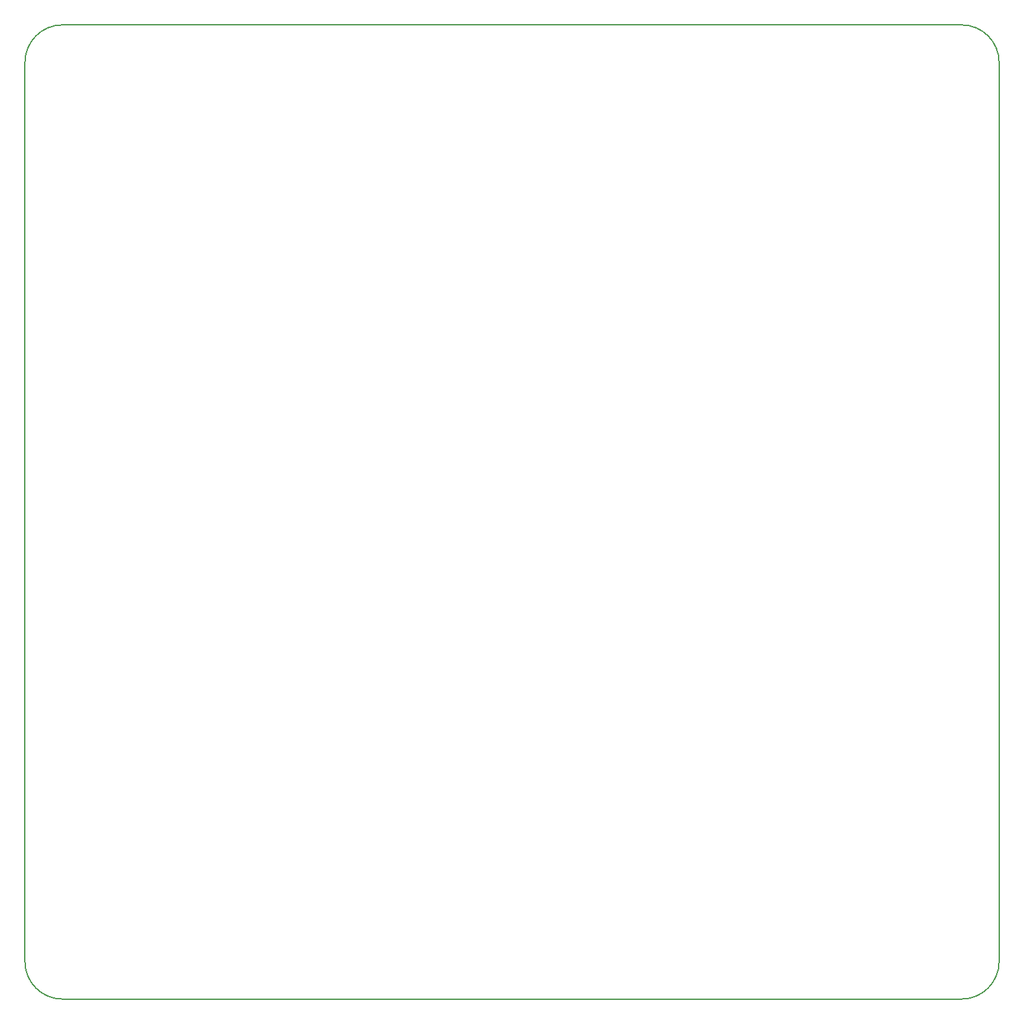
<source format=gm1>
%TF.GenerationSoftware,KiCad,Pcbnew,7.0.1-0*%
%TF.CreationDate,2023-03-21T21:14:35-05:00*%
%TF.ProjectId,actuation,61637475-6174-4696-9f6e-2e6b69636164,rev?*%
%TF.SameCoordinates,Original*%
%TF.FileFunction,Profile,NP*%
%FSLAX46Y46*%
G04 Gerber Fmt 4.6, Leading zero omitted, Abs format (unit mm)*
G04 Created by KiCad (PCBNEW 7.0.1-0) date 2023-03-21 21:14:35*
%MOMM*%
%LPD*%
G01*
G04 APERTURE LIST*
%TA.AperFunction,Profile*%
%ADD10C,0.150000*%
%TD*%
G04 APERTURE END LIST*
D10*
X75000000Y-160000000D02*
G75*
G03*
X80000000Y-165000000I5000000J0D01*
G01*
X200000000Y-165000000D02*
X80000000Y-165000000D01*
X80000000Y-35000000D02*
X200000000Y-35000000D01*
X200000000Y-165000000D02*
G75*
G03*
X205000000Y-160000000I0J5000000D01*
G01*
X75000000Y-160000000D02*
X75000000Y-40000000D01*
X205000000Y-40000000D02*
X205000000Y-160000000D01*
X80000000Y-35000000D02*
G75*
G03*
X75000000Y-40000000I0J-5000000D01*
G01*
X205000000Y-40000000D02*
G75*
G03*
X200000000Y-35000000I-5000000J0D01*
G01*
M02*

</source>
